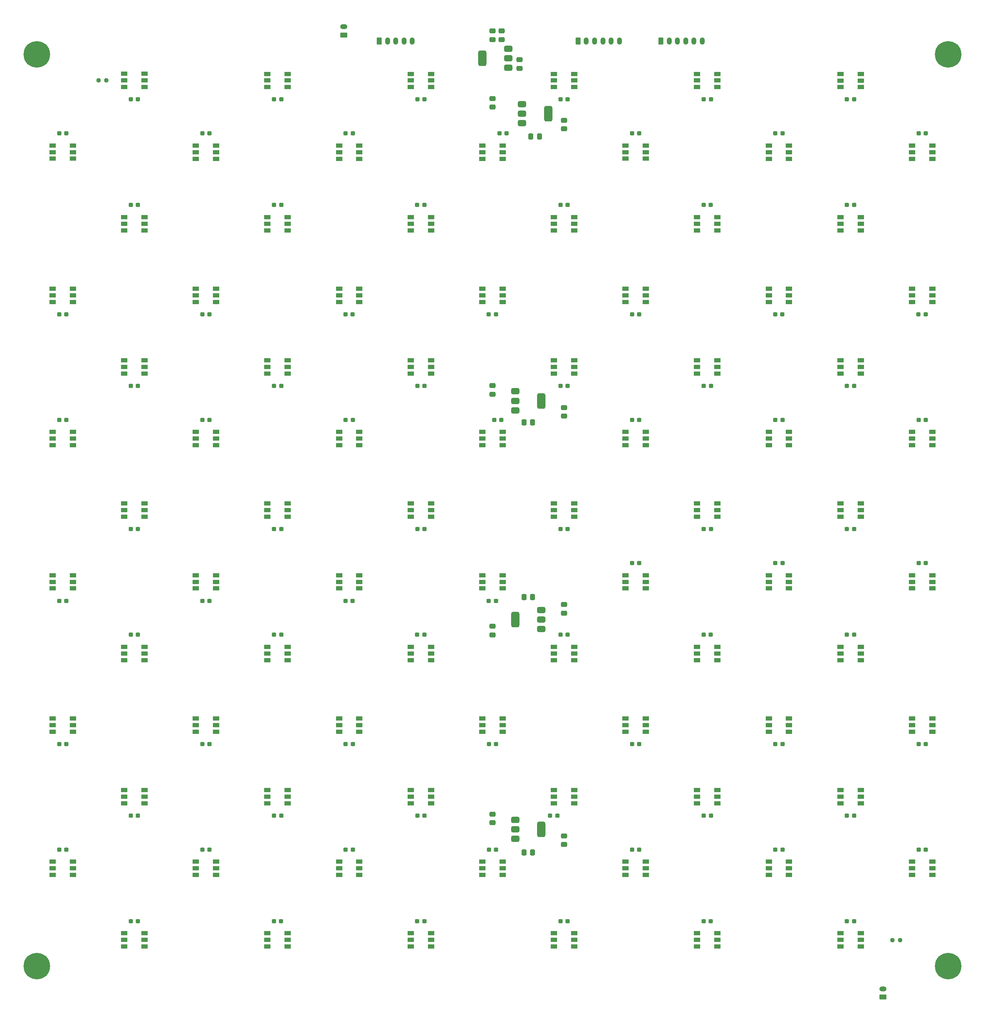
<source format=gts>
G04 #@! TF.GenerationSoftware,KiCad,Pcbnew,8.0.5*
G04 #@! TF.CreationDate,2024-10-14T18:30:02-05:00*
G04 #@! TF.ProjectId,morg_grad_cap,6d6f7267-5f67-4726-9164-5f6361702e6b,rev?*
G04 #@! TF.SameCoordinates,Original*
G04 #@! TF.FileFunction,Soldermask,Top*
G04 #@! TF.FilePolarity,Negative*
%FSLAX46Y46*%
G04 Gerber Fmt 4.6, Leading zero omitted, Abs format (unit mm)*
G04 Created by KiCad (PCBNEW 8.0.5) date 2024-10-14 18:30:02*
%MOMM*%
%LPD*%
G01*
G04 APERTURE LIST*
G04 Aperture macros list*
%AMRoundRect*
0 Rectangle with rounded corners*
0 $1 Rounding radius*
0 $2 $3 $4 $5 $6 $7 $8 $9 X,Y pos of 4 corners*
0 Add a 4 corners polygon primitive as box body*
4,1,4,$2,$3,$4,$5,$6,$7,$8,$9,$2,$3,0*
0 Add four circle primitives for the rounded corners*
1,1,$1+$1,$2,$3*
1,1,$1+$1,$4,$5*
1,1,$1+$1,$6,$7*
1,1,$1+$1,$8,$9*
0 Add four rect primitives between the rounded corners*
20,1,$1+$1,$2,$3,$4,$5,0*
20,1,$1+$1,$4,$5,$6,$7,0*
20,1,$1+$1,$6,$7,$8,$9,0*
20,1,$1+$1,$8,$9,$2,$3,0*%
G04 Aperture macros list end*
%ADD10O,1.750000X1.200000*%
%ADD11RoundRect,0.250000X0.625000X-0.350000X0.625000X0.350000X-0.625000X0.350000X-0.625000X-0.350000X0*%
%ADD12C,6.400000*%
%ADD13RoundRect,0.375000X0.625000X0.375000X-0.625000X0.375000X-0.625000X-0.375000X0.625000X-0.375000X0*%
%ADD14RoundRect,0.500000X0.500000X1.400000X-0.500000X1.400000X-0.500000X-1.400000X0.500000X-1.400000X0*%
%ADD15O,1.200000X1.750000*%
%ADD16RoundRect,0.250000X-0.350000X-0.625000X0.350000X-0.625000X0.350000X0.625000X-0.350000X0.625000X0*%
%ADD17RoundRect,0.250000X0.475000X-0.337500X0.475000X0.337500X-0.475000X0.337500X-0.475000X-0.337500X0*%
%ADD18RoundRect,0.250000X-0.475000X0.337500X-0.475000X-0.337500X0.475000X-0.337500X0.475000X0.337500X0*%
%ADD19RoundRect,0.250000X-0.337500X-0.475000X0.337500X-0.475000X0.337500X0.475000X-0.337500X0.475000X0*%
%ADD20RoundRect,0.250000X0.337500X0.475000X-0.337500X0.475000X-0.337500X-0.475000X0.337500X-0.475000X0*%
%ADD21RoundRect,0.237500X-0.300000X-0.237500X0.300000X-0.237500X0.300000X0.237500X-0.300000X0.237500X0*%
%ADD22R,1.500000X1.000000*%
%ADD23RoundRect,0.237500X0.300000X0.237500X-0.300000X0.237500X-0.300000X-0.237500X0.300000X-0.237500X0*%
%ADD24RoundRect,0.375000X-0.625000X-0.375000X0.625000X-0.375000X0.625000X0.375000X-0.625000X0.375000X0*%
%ADD25RoundRect,0.500000X-0.500000X-1.400000X0.500000X-1.400000X0.500000X1.400000X-0.500000X1.400000X0*%
%ADD26RoundRect,0.237500X-0.250000X-0.237500X0.250000X-0.237500X0.250000X0.237500X-0.250000X0.237500X0*%
G04 APERTURE END LIST*
D10*
X214210001Y-235520000D03*
D11*
X214210001Y-237520000D03*
D12*
X230000000Y-10000000D03*
X230000000Y-230000000D03*
X10000000Y-10000000D03*
X10000000Y-230000000D03*
D13*
X123839998Y-13199999D03*
X123840003Y-10900000D03*
D14*
X117540003Y-10900000D03*
D13*
X123840005Y-8600004D03*
D15*
X150650000Y-6790000D03*
X148650003Y-6789999D03*
X146650002Y-6790000D03*
X144650001Y-6789999D03*
X142650001Y-6789999D03*
D16*
X140650001Y-6789999D03*
X160649999Y-6789999D03*
D15*
X162649999Y-6789999D03*
X164649999Y-6789999D03*
X166650000Y-6790000D03*
X168650001Y-6789999D03*
X170649998Y-6790000D03*
D17*
X122230000Y-6397499D03*
X122230000Y-4322499D03*
X120049999Y-6390002D03*
X120049999Y-4315002D03*
D18*
X126520000Y-11272500D03*
X126520000Y-13347500D03*
X137284831Y-198622500D03*
X137284831Y-200697500D03*
D17*
X137284823Y-144857500D03*
X137284823Y-142782500D03*
D18*
X137280000Y-95222500D03*
X137280000Y-97297500D03*
D17*
X120000035Y-22707500D03*
X120000035Y-20632500D03*
X119999995Y-195427500D03*
X119999995Y-193352500D03*
D19*
X127604913Y-202605131D03*
X129679913Y-202605131D03*
D18*
X119999991Y-148012500D03*
X119999991Y-150087500D03*
D20*
X129667500Y-140951868D03*
X127592500Y-140951868D03*
D17*
X120000014Y-91997500D03*
X120000014Y-89922500D03*
D20*
X129667500Y-98820000D03*
X127592500Y-98820000D03*
D18*
X137284747Y-27947500D03*
X137284747Y-25872500D03*
D19*
X131327500Y-29815392D03*
X129252500Y-29815392D03*
D21*
X153707164Y-201920000D03*
X155432164Y-201920000D03*
D22*
X221259658Y-204830013D03*
X221259658Y-206430012D03*
X221259658Y-208030013D03*
X226159658Y-208030013D03*
X226159658Y-206430014D03*
X226159658Y-204830013D03*
D23*
X136416849Y-46340000D03*
X138141849Y-46340000D03*
X67277500Y-46340000D03*
X69002500Y-46340000D03*
X34405000Y-219180000D03*
X32680000Y-219180000D03*
X67283000Y-193730000D03*
X69008000Y-193730000D03*
D21*
X153707080Y-29070000D03*
X155432080Y-29070000D03*
D23*
X69008003Y-20850000D03*
X67283003Y-20850000D03*
D21*
X119136493Y-176450000D03*
X120861493Y-176450000D03*
D22*
X82980327Y-101115174D03*
X82980327Y-102715173D03*
X82980327Y-104315174D03*
X87880327Y-104315174D03*
X87880327Y-102715175D03*
X87880327Y-101115174D03*
X221258993Y-66545501D03*
X221258993Y-68145500D03*
X221258993Y-69745501D03*
X226158993Y-69745501D03*
X226158993Y-68145502D03*
X226158993Y-66545501D03*
D21*
X123432500Y-29040000D03*
X121707500Y-29040000D03*
D22*
X70595497Y-87030340D03*
X70595496Y-85430340D03*
X70595496Y-83830339D03*
X65695493Y-83830342D03*
X65695494Y-85430342D03*
X65695494Y-87030343D03*
X186689245Y-66545450D03*
X186689245Y-68145449D03*
X186689245Y-69745450D03*
X191589245Y-69745450D03*
X191589245Y-68145451D03*
X191589245Y-66545450D03*
X70595501Y-156169658D03*
X70595500Y-154569658D03*
X70595500Y-152969657D03*
X65695497Y-152969660D03*
X65695498Y-154569660D03*
X65695498Y-156169661D03*
D23*
X172689499Y-219180001D03*
X170964499Y-219180001D03*
D22*
X152119663Y-101115167D03*
X152119663Y-102715166D03*
X152119663Y-104315167D03*
X157019663Y-104315167D03*
X157019663Y-102715168D03*
X157019663Y-101115167D03*
X208879674Y-225310007D03*
X208879673Y-223710007D03*
X208879673Y-222110006D03*
X203979670Y-222110009D03*
X203979671Y-223710009D03*
X203979671Y-225310010D03*
X82980334Y-31975838D03*
X82980334Y-33575837D03*
X82980334Y-35175838D03*
X87880334Y-35175838D03*
X87880334Y-33575839D03*
X87880334Y-31975838D03*
D21*
X84567827Y-98200000D03*
X86292827Y-98200000D03*
D22*
X105165164Y-190739322D03*
X105165163Y-189139322D03*
X105165163Y-187539321D03*
X100265160Y-187539324D03*
X100265161Y-189139324D03*
X100265161Y-190739325D03*
D24*
X125492422Y-91300000D03*
X125492422Y-93600000D03*
D25*
X131792422Y-93600000D03*
D24*
X125492422Y-95900000D03*
D22*
X117550014Y-101115162D03*
X117550014Y-102715161D03*
X117550014Y-104315162D03*
X122450014Y-104315162D03*
X122450014Y-102715163D03*
X122450014Y-101115162D03*
D23*
X69007995Y-90020000D03*
X67282995Y-90020000D03*
D21*
X119111007Y-72740001D03*
X120836007Y-72740001D03*
D22*
X48410686Y-31975834D03*
X48410686Y-33575833D03*
X48410686Y-35175834D03*
X53310686Y-35175834D03*
X53310686Y-33575835D03*
X53310686Y-31975834D03*
X152119678Y-135684827D03*
X152119678Y-137284826D03*
X152119678Y-138884827D03*
X157019678Y-138884827D03*
X157019678Y-137284828D03*
X157019678Y-135684827D03*
D21*
X49998186Y-29070000D03*
X51723186Y-29070000D03*
X15422668Y-201920000D03*
X17147668Y-201920000D03*
D23*
X170986394Y-46340000D03*
X172711394Y-46340000D03*
X34432500Y-150040000D03*
X32707500Y-150040000D03*
X172716995Y-124580000D03*
X170991995Y-124580000D03*
D22*
X174304533Y-87030412D03*
X174304532Y-85430412D03*
X174304532Y-83830411D03*
X169404529Y-83830414D03*
X169404530Y-85430414D03*
X169404530Y-87030415D03*
X152119664Y-204824157D03*
X152119664Y-206424156D03*
X152119664Y-208024157D03*
X157019664Y-208024157D03*
X157019664Y-206424158D03*
X157019664Y-204824157D03*
D23*
X101852662Y-193730000D03*
X103577662Y-193730000D03*
D22*
X105165170Y-156169661D03*
X105165169Y-154569661D03*
X105165169Y-152969660D03*
X100265166Y-152969663D03*
X100265167Y-154569663D03*
X100265167Y-156169664D03*
X105165205Y-17891083D03*
X105165204Y-16291084D03*
X105165204Y-14691082D03*
X100265201Y-14691085D03*
X100265202Y-16291084D03*
X100265202Y-17891086D03*
D21*
X188250252Y-72740003D03*
X189975252Y-72740003D03*
D23*
X34438334Y-124580000D03*
X32713334Y-124580000D03*
D22*
X174304414Y-52460616D03*
X174304413Y-50860616D03*
X174304413Y-49260615D03*
X169404410Y-49260618D03*
X169404411Y-50860618D03*
X169404411Y-52460619D03*
D21*
X222846408Y-98200000D03*
X224571408Y-98200000D03*
D26*
X218362500Y-223750000D03*
X216537500Y-223750000D03*
D22*
X105165166Y-225309000D03*
X105165165Y-223709000D03*
X105165165Y-222108999D03*
X100265162Y-222109002D03*
X100265163Y-223709002D03*
X100265163Y-225309003D03*
X208874163Y-52460667D03*
X208874162Y-50860667D03*
X208874162Y-49260666D03*
X203974159Y-49260669D03*
X203974160Y-50860669D03*
X203974160Y-52460670D03*
X139734869Y-52460746D03*
X139734868Y-50860746D03*
X139734868Y-49260745D03*
X134834865Y-49260748D03*
X134834866Y-50860748D03*
X134834866Y-52460749D03*
X82980332Y-204824169D03*
X82980332Y-206424168D03*
X82980332Y-208024169D03*
X87880332Y-208024169D03*
X87880332Y-206424170D03*
X87880332Y-204824169D03*
D23*
X172716996Y-20850000D03*
X170991996Y-20850000D03*
D22*
X13840336Y-31969993D03*
X13840335Y-33569993D03*
X13840335Y-35169995D03*
X18740336Y-35169993D03*
X18740337Y-33569993D03*
X18740337Y-31969991D03*
X36020003Y-225309654D03*
X36020002Y-223709655D03*
X36020002Y-222109653D03*
X31119999Y-222109656D03*
X31120000Y-223709655D03*
X31120000Y-225309657D03*
D21*
X49997163Y-176450000D03*
X51722163Y-176450000D03*
D22*
X105165168Y-52460669D03*
X105165167Y-50860670D03*
X105165167Y-49260668D03*
X100265164Y-49260671D03*
X100265165Y-50860670D03*
X100265165Y-52460672D03*
D21*
X153707163Y-98200000D03*
X155432163Y-98200000D03*
X188276864Y-98200000D03*
X190001864Y-98200000D03*
X222847158Y-201920000D03*
X224572158Y-201920000D03*
D22*
X117549998Y-170254495D03*
X117549998Y-171854494D03*
X117549998Y-173454495D03*
X122449998Y-173454495D03*
X122449998Y-171854496D03*
X122449998Y-170254495D03*
X70595504Y-121599997D03*
X70595503Y-119999997D03*
X70595503Y-118399996D03*
X65695500Y-118399999D03*
X65695501Y-119999999D03*
X65695501Y-121600000D03*
D23*
X138147331Y-90020000D03*
X136422331Y-90020000D03*
D22*
X117550035Y-31975916D03*
X117550035Y-33575915D03*
X117550035Y-35175916D03*
X122450035Y-35175916D03*
X122450035Y-33575917D03*
X122450035Y-31975916D03*
D23*
X103577660Y-124580000D03*
X101852660Y-124580000D03*
D22*
X221259664Y-31980007D03*
X221259664Y-33580006D03*
X221259664Y-35180007D03*
X226159664Y-35180007D03*
X226159664Y-33580008D03*
X226159664Y-31980007D03*
X139734749Y-17890953D03*
X139734748Y-16290953D03*
X139734748Y-14690952D03*
X134834745Y-14690955D03*
X134834746Y-16290955D03*
X134834746Y-17890956D03*
X186689327Y-135684831D03*
X186689327Y-137284830D03*
X186689327Y-138884831D03*
X191589327Y-138884831D03*
X191589327Y-137284832D03*
X191589327Y-135684831D03*
X208874179Y-190739324D03*
X208874178Y-189139324D03*
X208874178Y-187539323D03*
X203974175Y-187539326D03*
X203974176Y-189139326D03*
X203974176Y-190739327D03*
X152119656Y-170254502D03*
X152119656Y-171854501D03*
X152119656Y-173454502D03*
X157019656Y-173454502D03*
X157019656Y-171854503D03*
X157019656Y-170254502D03*
X221259027Y-135684908D03*
X221259027Y-137284907D03*
X221259027Y-138884908D03*
X226159027Y-138884908D03*
X226159027Y-137284909D03*
X226159027Y-135684908D03*
X174304513Y-156169657D03*
X174304512Y-154569657D03*
X174304512Y-152969656D03*
X169404509Y-152969659D03*
X169404510Y-154569659D03*
X169404510Y-156169660D03*
D21*
X120832500Y-141910000D03*
X119107500Y-141910000D03*
D22*
X122449991Y-135684838D03*
X122449991Y-137284839D03*
X122449991Y-138884838D03*
X117549991Y-138884838D03*
X117549991Y-137284837D03*
X117549991Y-135684838D03*
D21*
X119137495Y-201920000D03*
X120862495Y-201920000D03*
X15427836Y-29070000D03*
X17152836Y-29070000D03*
X49971670Y-72740000D03*
X51696670Y-72740000D03*
D22*
X36025170Y-17885167D03*
X36025169Y-16285167D03*
X36025169Y-14685166D03*
X31125166Y-14685169D03*
X31125167Y-16285169D03*
X31125167Y-17885170D03*
D21*
X84566826Y-176450001D03*
X86291826Y-176450001D03*
D23*
X207280823Y-150039998D03*
X205555823Y-150039998D03*
D21*
X120392526Y-98189999D03*
X122117526Y-98189999D03*
D26*
X24937500Y-16285168D03*
X26762500Y-16285168D03*
D21*
X188276827Y-132790000D03*
X190001827Y-132790000D03*
D23*
X103577703Y-20850000D03*
X101852703Y-20850000D03*
D22*
X139734825Y-156169669D03*
X139734824Y-154569669D03*
X139734824Y-152969668D03*
X134834821Y-152969671D03*
X134834822Y-154569671D03*
X134834822Y-156169672D03*
D23*
X172711173Y-150040000D03*
X170986173Y-150040000D03*
D21*
X86266357Y-72740000D03*
X84541357Y-72740000D03*
D22*
X186689328Y-31975837D03*
X186689328Y-33575836D03*
X186689328Y-35175837D03*
X191589328Y-35175837D03*
X191589328Y-33575838D03*
X191589328Y-31975837D03*
D21*
X222846527Y-132790000D03*
X224571527Y-132790000D03*
D23*
X101847148Y-46340000D03*
X103572148Y-46340000D03*
D22*
X48410663Y-66545509D03*
X48410663Y-68145508D03*
X48410663Y-69745509D03*
X53310663Y-69745509D03*
X53310663Y-68145510D03*
X53310663Y-66545509D03*
X152119699Y-66545579D03*
X152119699Y-68145578D03*
X152119699Y-69745579D03*
X157019699Y-69745579D03*
X157019699Y-68145580D03*
X157019699Y-66545579D03*
D21*
X222847164Y-29040000D03*
X224572164Y-29040000D03*
D22*
X82980350Y-66545498D03*
X82980350Y-68145497D03*
X82980350Y-69745498D03*
X87880350Y-69745498D03*
X87880350Y-68145499D03*
X87880350Y-66545498D03*
X208874197Y-121600074D03*
X208874196Y-120000074D03*
X208874196Y-118400073D03*
X203974193Y-118400076D03*
X203974194Y-120000076D03*
X203974194Y-121600077D03*
D21*
X84567834Y-29070000D03*
X86292834Y-29070000D03*
D22*
X48410669Y-204824160D03*
X48410668Y-206424160D03*
X48410668Y-208024162D03*
X53310669Y-208024160D03*
X53310670Y-206424160D03*
X53310670Y-204824158D03*
D24*
X127140000Y-26580000D03*
D25*
X133440000Y-24280000D03*
D24*
X127140000Y-24280000D03*
X127140000Y-21980000D03*
D22*
X36025841Y-87030332D03*
X36025840Y-85430333D03*
X36025840Y-83830331D03*
X31125837Y-83830334D03*
X31125838Y-85430333D03*
X31125838Y-87030335D03*
D23*
X69008002Y-124580000D03*
X67283002Y-124580000D03*
X32717500Y-20850000D03*
X34442500Y-20850000D03*
D22*
X174304500Y-225308993D03*
X174304499Y-223708993D03*
X174304499Y-222108992D03*
X169404496Y-222108995D03*
X169404497Y-223708995D03*
X169404497Y-225308996D03*
D21*
X49998171Y-98200000D03*
X51723171Y-98200000D03*
D23*
X69002163Y-150040000D03*
X67277163Y-150040000D03*
D21*
X15425000Y-72740001D03*
X17150000Y-72740001D03*
D22*
X186689322Y-204824170D03*
X186689322Y-206424169D03*
X186689322Y-208024170D03*
X191589322Y-208024170D03*
X191589322Y-206424171D03*
X191589322Y-204824170D03*
X48410665Y-135684827D03*
X48410665Y-137284826D03*
X48410665Y-138884827D03*
X53310665Y-138884827D03*
X53310665Y-137284828D03*
X53310665Y-135684827D03*
X139734833Y-87030334D03*
X139734832Y-85430334D03*
X139734832Y-83830333D03*
X134834829Y-83830336D03*
X134834830Y-85430336D03*
X134834830Y-87030337D03*
D23*
X68980499Y-219180000D03*
X67255499Y-219180000D03*
D22*
X70595520Y-52460665D03*
X70595519Y-50860665D03*
X70595519Y-49260664D03*
X65695516Y-49260667D03*
X65695517Y-50860667D03*
X65695517Y-52460668D03*
X174304497Y-121599997D03*
X174304496Y-119999997D03*
X174304496Y-118399996D03*
X169404493Y-118399999D03*
X169404494Y-119999999D03*
X169404494Y-121600000D03*
D21*
X155432178Y-132790000D03*
X153707178Y-132790000D03*
D22*
X48410668Y-170254505D03*
X48410668Y-171854504D03*
X48410668Y-173454505D03*
X53310668Y-173454505D03*
X53310668Y-171854506D03*
X53310668Y-170254505D03*
X208874162Y-156169662D03*
X208874161Y-154569662D03*
X208874161Y-152969661D03*
X203974158Y-152969664D03*
X203974159Y-154569664D03*
X203974159Y-156169665D03*
X36025836Y-121599994D03*
X36025835Y-119999994D03*
X36025835Y-118399993D03*
X31125832Y-118399996D03*
X31125833Y-119999996D03*
X31125833Y-121599997D03*
X186689364Y-101115243D03*
X186689364Y-102715242D03*
X186689364Y-104315243D03*
X191589364Y-104315243D03*
X191589364Y-102715244D03*
X191589364Y-101115243D03*
X174304498Y-17891003D03*
X174304497Y-16291003D03*
X174304497Y-14691002D03*
X169404494Y-14691005D03*
X169404495Y-16291005D03*
X169404495Y-17891006D03*
X117549999Y-66545501D03*
X117549999Y-68145500D03*
X117549999Y-69745501D03*
X122449999Y-69745501D03*
X122449999Y-68145502D03*
X122449999Y-66545501D03*
D21*
X188276822Y-201920000D03*
X190001822Y-201920000D03*
D22*
X82980335Y-135684830D03*
X82980335Y-137284829D03*
X82980335Y-138884830D03*
X87880335Y-138884830D03*
X87880335Y-137284831D03*
X87880335Y-135684830D03*
X70595502Y-190739336D03*
X70595501Y-189139336D03*
X70595501Y-187539335D03*
X65695498Y-187539338D03*
X65695499Y-189139338D03*
X65695499Y-190739339D03*
X186689343Y-170254491D03*
X186689343Y-171854490D03*
X186689343Y-173454491D03*
X191589343Y-173454491D03*
X191589343Y-171854492D03*
X191589343Y-170254491D03*
X13841002Y-101115163D03*
X13841002Y-102715162D03*
X13841002Y-104315163D03*
X18741002Y-104315163D03*
X18741002Y-102715164D03*
X18741002Y-101115163D03*
D21*
X153680706Y-72740000D03*
X155405706Y-72740000D03*
D23*
X207264670Y-219180002D03*
X205539670Y-219180002D03*
D22*
X221258908Y-101115113D03*
X221258908Y-102715112D03*
X221258908Y-104315113D03*
X226158908Y-104315113D03*
X226158908Y-102715114D03*
X226158908Y-101115113D03*
D23*
X138147247Y-20850000D03*
X136422247Y-20850000D03*
D22*
X70595505Y-17891005D03*
X70595504Y-16291005D03*
X70595504Y-14691004D03*
X65695501Y-14691007D03*
X65695502Y-16291007D03*
X65695502Y-17891008D03*
D21*
X222845490Y-176449999D03*
X224570490Y-176449999D03*
D22*
X13841004Y-135684840D03*
X13841004Y-137284839D03*
X13841004Y-138884840D03*
X18741004Y-138884840D03*
X18741004Y-137284841D03*
X18741004Y-135684840D03*
D23*
X133927500Y-193730000D03*
X135652500Y-193730000D03*
D21*
X153706151Y-176450000D03*
X155431151Y-176450000D03*
D22*
X139734833Y-190739325D03*
X139734832Y-189139325D03*
X139734832Y-187539324D03*
X134834829Y-187539327D03*
X134834830Y-189139327D03*
X134834830Y-190739328D03*
X221258994Y-170254497D03*
X221258994Y-171854496D03*
X221258994Y-173454497D03*
X226158994Y-173454497D03*
X226158994Y-171854498D03*
X226158994Y-170254497D03*
X82980330Y-170254491D03*
X82980330Y-171854490D03*
X82980330Y-173454491D03*
X87880330Y-173454491D03*
X87880330Y-171854492D03*
X87880330Y-170254491D03*
D23*
X138119824Y-219179999D03*
X136394824Y-219179999D03*
D22*
X48410671Y-101115165D03*
X48410671Y-102715164D03*
X48410671Y-104315165D03*
X53310671Y-104315165D03*
X53310671Y-102715166D03*
X53310671Y-101115165D03*
D21*
X188275838Y-176450000D03*
X190000838Y-176450000D03*
D24*
X125492413Y-194710000D03*
X125492413Y-197010000D03*
D25*
X131792413Y-197010000D03*
D24*
X125492413Y-199310000D03*
D22*
X152119580Y-31975785D03*
X152119580Y-33575784D03*
X152119580Y-35175785D03*
X157019580Y-35175785D03*
X157019580Y-33575786D03*
X157019580Y-31975785D03*
D21*
X15428502Y-98200000D03*
X17153502Y-98200000D03*
D23*
X207286695Y-124580000D03*
X205561695Y-124580000D03*
X103571833Y-150040000D03*
X101846833Y-150040000D03*
D21*
X49987500Y-141910000D03*
X51712500Y-141910000D03*
D23*
X172717031Y-90020000D03*
X170992031Y-90020000D03*
X138147346Y-124580000D03*
X136422346Y-124580000D03*
D22*
X117549995Y-204824154D03*
X117549995Y-206424153D03*
X117549995Y-208024154D03*
X122449995Y-208024154D03*
X122449995Y-206424155D03*
X122449995Y-204824154D03*
X13835168Y-204824825D03*
X13835167Y-206424825D03*
X13835167Y-208024827D03*
X18735168Y-208024825D03*
X18735169Y-206424825D03*
X18735169Y-204824823D03*
X208874079Y-87030280D03*
X208874078Y-85430280D03*
X208874078Y-83830279D03*
X203974075Y-83830282D03*
X203974076Y-85430282D03*
X203974076Y-87030283D03*
X105165183Y-87030330D03*
X105165182Y-85430330D03*
X105165182Y-83830329D03*
X100265179Y-83830332D03*
X100265180Y-85430332D03*
X100265180Y-87030333D03*
D21*
X15427500Y-141910000D03*
X17152500Y-141910000D03*
D23*
X32713336Y-193730000D03*
X34438336Y-193730000D03*
X138141487Y-150040001D03*
X136416487Y-150040001D03*
X207287332Y-20850000D03*
X205562332Y-20850000D03*
X207286577Y-90020000D03*
X205561577Y-90020000D03*
X170991988Y-193730000D03*
X172716988Y-193730000D03*
D22*
X105165162Y-121600004D03*
X105165161Y-120000004D03*
X105165161Y-118400003D03*
X100265158Y-118400006D03*
X100265159Y-120000006D03*
X100265159Y-121600007D03*
X139734848Y-121599993D03*
X139734847Y-119999993D03*
X139734847Y-118399992D03*
X134834844Y-118399995D03*
X134834845Y-119999995D03*
X134834845Y-121599996D03*
D21*
X188276828Y-29070000D03*
X190001828Y-29070000D03*
X84567832Y-201920000D03*
X86292832Y-201920000D03*
X222820000Y-72740000D03*
X224545000Y-72740000D03*
X49998169Y-201920000D03*
X51723169Y-201920000D03*
D22*
X36025838Y-156169670D03*
X36025837Y-154569671D03*
X36025837Y-152969669D03*
X31125834Y-152969672D03*
X31125835Y-154569671D03*
X31125835Y-156169673D03*
D23*
X103577681Y-90020000D03*
X101852681Y-90020000D03*
D22*
X13841006Y-66545502D03*
X13841006Y-68145501D03*
X13841006Y-69745502D03*
X18741006Y-69745502D03*
X18741006Y-68145503D03*
X18741006Y-66545502D03*
X36025832Y-52460678D03*
X36025831Y-50860678D03*
X36025831Y-49260677D03*
X31125828Y-49260680D03*
X31125829Y-50860680D03*
X31125829Y-52460681D03*
D23*
X205556143Y-46340000D03*
X207281143Y-46340000D03*
X207286677Y-193730000D03*
X205561677Y-193730000D03*
D22*
X36025838Y-190739329D03*
X36025837Y-189139329D03*
X36025837Y-187539328D03*
X31125834Y-187539331D03*
X31125835Y-189139331D03*
X31125835Y-190739332D03*
X13841005Y-170254496D03*
X13841004Y-171854496D03*
X13841004Y-173454498D03*
X18741005Y-173454496D03*
X18741006Y-171854496D03*
X18741006Y-170254494D03*
D23*
X103550163Y-219180001D03*
X101825163Y-219180001D03*
D21*
X84525000Y-141910000D03*
X86250000Y-141910000D03*
D22*
X208874834Y-17895174D03*
X208874833Y-16295174D03*
X208874833Y-14695173D03*
X203974830Y-14695176D03*
X203974831Y-16295176D03*
X203974831Y-17895177D03*
D23*
X34435000Y-90020000D03*
X32710000Y-90020000D03*
D22*
X70595503Y-225308992D03*
X70595502Y-223708992D03*
X70595502Y-222108991D03*
X65695499Y-222108994D03*
X65695500Y-223708994D03*
X65695500Y-225308995D03*
X139734828Y-225308985D03*
X139734827Y-223708985D03*
X139734827Y-222108984D03*
X134834824Y-222108987D03*
X134834825Y-223708987D03*
X134834825Y-225308988D03*
X174304490Y-190739334D03*
X174304489Y-189139334D03*
X174304489Y-187539333D03*
X169404486Y-187539336D03*
X169404487Y-189139336D03*
X169404487Y-190739337D03*
D23*
X34412500Y-46340000D03*
X32687500Y-46340000D03*
D21*
X17152500Y-176450000D03*
X15427500Y-176450000D03*
D13*
X131779998Y-148700000D03*
X131780000Y-146400000D03*
D14*
X125480000Y-146400000D03*
D13*
X131780002Y-144100002D03*
D11*
X84100000Y-5300000D03*
D10*
X84100000Y-3300000D03*
D16*
X92660000Y-6750000D03*
D15*
X94660000Y-6750000D03*
X96660000Y-6750000D03*
X98660001Y-6750001D03*
X100660002Y-6750000D03*
M02*

</source>
